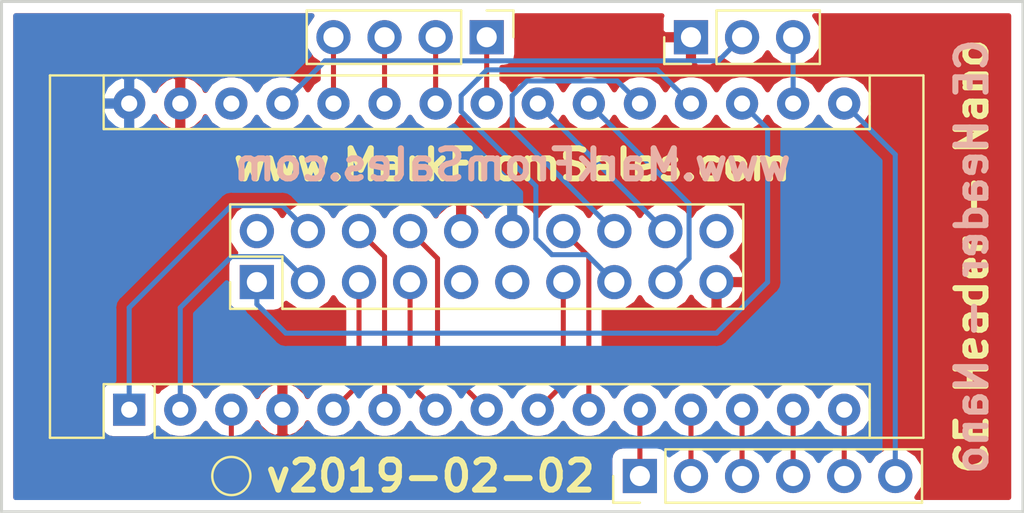
<source format=kicad_pcb>
(kicad_pcb (version 20171130) (host pcbnew "(5.0.2)-1")

  (general
    (thickness 1.6)
    (drawings 9)
    (tracks 71)
    (zones 0)
    (modules 6)
    (nets 29)
  )

  (page USLetter)
  (title_block
    (title "CE Header for Arduino Nano")
    (date 2019-02-02)
    (rev 1.0)
    (company www.MarkFromSales.com)
    (comment 1 "Project from www.contextualelectronics.com")
  )

  (layers
    (0 F.Cu signal)
    (31 B.Cu signal)
    (32 B.Adhes user)
    (33 F.Adhes user)
    (34 B.Paste user)
    (35 F.Paste user)
    (36 B.SilkS user)
    (37 F.SilkS user)
    (38 B.Mask user)
    (39 F.Mask user)
    (40 Dwgs.User user)
    (41 Cmts.User user)
    (42 Eco1.User user)
    (43 Eco2.User user)
    (44 Edge.Cuts user)
    (45 Margin user)
    (46 B.CrtYd user)
    (47 F.CrtYd user)
    (48 B.Fab user hide)
    (49 F.Fab user hide)
  )

  (setup
    (last_trace_width 0.25)
    (trace_clearance 0.2)
    (zone_clearance 0.508)
    (zone_45_only no)
    (trace_min 0.2)
    (segment_width 0.2)
    (edge_width 0.15)
    (via_size 0.8)
    (via_drill 0.4)
    (via_min_size 0.4)
    (via_min_drill 0.3)
    (uvia_size 0.3)
    (uvia_drill 0.1)
    (uvias_allowed no)
    (uvia_min_size 0.2)
    (uvia_min_drill 0.1)
    (pcb_text_width 0.3)
    (pcb_text_size 1.5 1.5)
    (mod_edge_width 0.15)
    (mod_text_size 1 1)
    (mod_text_width 0.15)
    (pad_size 1.524 1.524)
    (pad_drill 0.762)
    (pad_to_mask_clearance 0.051)
    (solder_mask_min_width 0.25)
    (aux_axis_origin 0 0)
    (visible_elements FFFFFF7F)
    (pcbplotparams
      (layerselection 0x010fc_ffffffff)
      (usegerberextensions false)
      (usegerberattributes false)
      (usegerberadvancedattributes false)
      (creategerberjobfile false)
      (excludeedgelayer true)
      (linewidth 0.100000)
      (plotframeref false)
      (viasonmask false)
      (mode 1)
      (useauxorigin false)
      (hpglpennumber 1)
      (hpglpenspeed 20)
      (hpglpendiameter 15.000000)
      (psnegative false)
      (psa4output false)
      (plotreference true)
      (plotvalue true)
      (plotinvisibletext false)
      (padsonsilk false)
      (subtractmaskfromsilk false)
      (outputformat 1)
      (mirror false)
      (drillshape 0)
      (scaleselection 1)
      (outputdirectory "Gerbers/"))
  )

  (net 0 "")
  (net 1 /GPIO_D1)
  (net 2 "Net-(A1-Pad17)")
  (net 3 /GPIO_D0)
  (net 4 /PWR_IO)
  (net 5 "Net-(A1-Pad3)")
  (net 6 /GPIO_A0)
  (net 7 GND)
  (net 8 /GPIO_A1)
  (net 9 /GPIO_D2)
  (net 10 /GPIO_A2)
  (net 11 /GPIO_D3)
  (net 12 /GPIO_A3)
  (net 13 /GPIO_D4)
  (net 14 "Net-(A1-Pad23)")
  (net 15 /GPIO_D5)
  (net 16 "Net-(A1-Pad24)")
  (net 17 /GPIO_D6)
  (net 18 "Net-(A1-Pad25)")
  (net 19 /GPIO_D7)
  (net 20 "Net-(A1-Pad26)")
  (net 21 "Net-(A1-Pad11)")
  (net 22 "Net-(A1-Pad27)")
  (net 23 "Net-(A1-Pad12)")
  (net 24 "Net-(A1-Pad13)")
  (net 25 "Net-(A1-Pad14)")
  (net 26 /PWR_CORE)
  (net 27 "Net-(A1-Pad15)")
  (net 28 "Net-(A1-Pad16)")

  (net_class Default "This is the default net class."
    (clearance 0.2)
    (trace_width 0.25)
    (via_dia 0.8)
    (via_drill 0.4)
    (uvia_dia 0.3)
    (uvia_drill 0.1)
    (add_net /GPIO_A0)
    (add_net /GPIO_A1)
    (add_net /GPIO_A2)
    (add_net /GPIO_A3)
    (add_net /GPIO_D0)
    (add_net /GPIO_D1)
    (add_net /GPIO_D2)
    (add_net /GPIO_D3)
    (add_net /GPIO_D4)
    (add_net /GPIO_D5)
    (add_net /GPIO_D6)
    (add_net /GPIO_D7)
    (add_net /PWR_CORE)
    (add_net /PWR_IO)
    (add_net GND)
    (add_net "Net-(A1-Pad11)")
    (add_net "Net-(A1-Pad12)")
    (add_net "Net-(A1-Pad13)")
    (add_net "Net-(A1-Pad14)")
    (add_net "Net-(A1-Pad15)")
    (add_net "Net-(A1-Pad16)")
    (add_net "Net-(A1-Pad17)")
    (add_net "Net-(A1-Pad23)")
    (add_net "Net-(A1-Pad24)")
    (add_net "Net-(A1-Pad25)")
    (add_net "Net-(A1-Pad26)")
    (add_net "Net-(A1-Pad27)")
    (add_net "Net-(A1-Pad3)")
  )

  (module Module:Arduino_Nano (layer F.Cu) (tedit 5C562AAB) (tstamp 5C62F4CD)
    (at 82.55 71.12 90)
    (descr "Arduino Nano, http://www.mouser.com/pdfdocs/Gravitech_Arduino_Nano3_0.pdf")
    (tags "Arduino Nano")
    (path /5C5639E6)
    (fp_text reference A1 (at 7.366 15.494 180) (layer F.SilkS) hide
      (effects (font (size 1 1) (thickness 0.15)))
    )
    (fp_text value Arduino_Nano_v3.x (at 8.89 19.05 180) (layer F.Fab)
      (effects (font (size 1 1) (thickness 0.15)))
    )
    (fp_text user %R (at 6.35 19.05 180) (layer F.Fab)
      (effects (font (size 1 1) (thickness 0.15)))
    )
    (fp_line (start 1.27 1.27) (end 1.27 -1.27) (layer F.SilkS) (width 0.12))
    (fp_line (start 1.27 -1.27) (end -1.4 -1.27) (layer F.SilkS) (width 0.12))
    (fp_line (start -1.4 1.27) (end -1.4 39.5) (layer F.SilkS) (width 0.12))
    (fp_line (start -1.4 -3.94) (end -1.4 -1.27) (layer F.SilkS) (width 0.12))
    (fp_line (start 13.97 -1.27) (end 16.64 -1.27) (layer F.SilkS) (width 0.12))
    (fp_line (start 13.97 -1.27) (end 13.97 36.83) (layer F.SilkS) (width 0.12))
    (fp_line (start 13.97 36.83) (end 16.64 36.83) (layer F.SilkS) (width 0.12))
    (fp_line (start 1.27 1.27) (end -1.4 1.27) (layer F.SilkS) (width 0.12))
    (fp_line (start 1.27 1.27) (end 1.27 36.83) (layer F.SilkS) (width 0.12))
    (fp_line (start 1.27 36.83) (end -1.4 36.83) (layer F.SilkS) (width 0.12))
    (fp_line (start 3.81 31.75) (end 11.43 31.75) (layer F.Fab) (width 0.1))
    (fp_line (start 11.43 31.75) (end 11.43 41.91) (layer F.Fab) (width 0.1))
    (fp_line (start 11.43 41.91) (end 3.81 41.91) (layer F.Fab) (width 0.1))
    (fp_line (start 3.81 41.91) (end 3.81 31.75) (layer F.Fab) (width 0.1))
    (fp_line (start -1.4 39.5) (end 16.64 39.5) (layer F.SilkS) (width 0.12))
    (fp_line (start 16.64 39.5) (end 16.64 -3.94) (layer F.SilkS) (width 0.12))
    (fp_line (start 16.64 -3.94) (end -1.4 -3.94) (layer F.SilkS) (width 0.12))
    (fp_line (start 16.51 39.37) (end -1.27 39.37) (layer F.Fab) (width 0.1))
    (fp_line (start -1.27 39.37) (end -1.27 -2.54) (layer F.Fab) (width 0.1))
    (fp_line (start -1.27 -2.54) (end 0 -3.81) (layer F.Fab) (width 0.1))
    (fp_line (start 0 -3.81) (end 16.51 -3.81) (layer F.Fab) (width 0.1))
    (fp_line (start 16.51 -3.81) (end 16.51 39.37) (layer F.Fab) (width 0.1))
    (fp_line (start -1.53 -4.06) (end 16.75 -4.06) (layer F.CrtYd) (width 0.05))
    (fp_line (start -1.53 -4.06) (end -1.53 42.16) (layer F.CrtYd) (width 0.05))
    (fp_line (start 16.75 42.16) (end 16.75 -4.06) (layer F.CrtYd) (width 0.05))
    (fp_line (start 16.75 42.16) (end -1.53 42.16) (layer F.CrtYd) (width 0.05))
    (pad 1 thru_hole rect (at 0 0 90) (size 1.6 1.6) (drill 0.8) (layers *.Cu *.Mask)
      (net 1 /GPIO_D1))
    (pad 17 thru_hole oval (at 15.24 33.02 90) (size 1.6 1.6) (drill 0.8) (layers *.Cu *.Mask)
      (net 2 "Net-(A1-Pad17)"))
    (pad 2 thru_hole oval (at 0 2.54 90) (size 1.6 1.6) (drill 0.8) (layers *.Cu *.Mask)
      (net 3 /GPIO_D0))
    (pad 18 thru_hole oval (at 15.24 30.48 90) (size 1.6 1.6) (drill 0.8) (layers *.Cu *.Mask)
      (net 4 /PWR_IO))
    (pad 3 thru_hole oval (at 0 5.08 90) (size 1.6 1.6) (drill 0.8) (layers *.Cu *.Mask)
      (net 5 "Net-(A1-Pad3)"))
    (pad 19 thru_hole oval (at 15.24 27.94 90) (size 1.6 1.6) (drill 0.8) (layers *.Cu *.Mask)
      (net 6 /GPIO_A0))
    (pad 4 thru_hole oval (at 0 7.62 90) (size 1.6 1.6) (drill 0.8) (layers *.Cu *.Mask)
      (net 7 GND))
    (pad 20 thru_hole oval (at 15.24 25.4 90) (size 1.6 1.6) (drill 0.8) (layers *.Cu *.Mask)
      (net 8 /GPIO_A1))
    (pad 5 thru_hole oval (at 0 10.16 90) (size 1.6 1.6) (drill 0.8) (layers *.Cu *.Mask)
      (net 9 /GPIO_D2))
    (pad 21 thru_hole oval (at 15.24 22.86 90) (size 1.6 1.6) (drill 0.8) (layers *.Cu *.Mask)
      (net 10 /GPIO_A2))
    (pad 6 thru_hole oval (at 0 12.7 90) (size 1.6 1.6) (drill 0.8) (layers *.Cu *.Mask)
      (net 11 /GPIO_D3))
    (pad 22 thru_hole oval (at 15.24 20.32 90) (size 1.6 1.6) (drill 0.8) (layers *.Cu *.Mask)
      (net 12 /GPIO_A3))
    (pad 7 thru_hole oval (at 0 15.24 90) (size 1.6 1.6) (drill 0.8) (layers *.Cu *.Mask)
      (net 13 /GPIO_D4))
    (pad 23 thru_hole oval (at 15.24 17.78 90) (size 1.6 1.6) (drill 0.8) (layers *.Cu *.Mask)
      (net 14 "Net-(A1-Pad23)"))
    (pad 8 thru_hole oval (at 0 17.78 90) (size 1.6 1.6) (drill 0.8) (layers *.Cu *.Mask)
      (net 15 /GPIO_D5))
    (pad 24 thru_hole oval (at 15.24 15.24 90) (size 1.6 1.6) (drill 0.8) (layers *.Cu *.Mask)
      (net 16 "Net-(A1-Pad24)"))
    (pad 9 thru_hole oval (at 0 20.32 90) (size 1.6 1.6) (drill 0.8) (layers *.Cu *.Mask)
      (net 17 /GPIO_D6))
    (pad 25 thru_hole oval (at 15.24 12.7 90) (size 1.6 1.6) (drill 0.8) (layers *.Cu *.Mask)
      (net 18 "Net-(A1-Pad25)"))
    (pad 10 thru_hole oval (at 0 22.86 90) (size 1.6 1.6) (drill 0.8) (layers *.Cu *.Mask)
      (net 19 /GPIO_D7))
    (pad 26 thru_hole oval (at 15.24 10.16 90) (size 1.6 1.6) (drill 0.8) (layers *.Cu *.Mask)
      (net 20 "Net-(A1-Pad26)"))
    (pad 11 thru_hole oval (at 0 25.4 90) (size 1.6 1.6) (drill 0.8) (layers *.Cu *.Mask)
      (net 21 "Net-(A1-Pad11)"))
    (pad 27 thru_hole oval (at 15.24 7.62 90) (size 1.6 1.6) (drill 0.8) (layers *.Cu *.Mask)
      (net 22 "Net-(A1-Pad27)"))
    (pad 12 thru_hole oval (at 0 27.94 90) (size 1.6 1.6) (drill 0.8) (layers *.Cu *.Mask)
      (net 23 "Net-(A1-Pad12)"))
    (pad 28 thru_hole oval (at 15.24 5.08 90) (size 1.6 1.6) (drill 0.8) (layers *.Cu *.Mask))
    (pad 13 thru_hole oval (at 0 30.48 90) (size 1.6 1.6) (drill 0.8) (layers *.Cu *.Mask)
      (net 24 "Net-(A1-Pad13)"))
    (pad 29 thru_hole oval (at 15.24 2.54 90) (size 1.6 1.6) (drill 0.8) (layers *.Cu *.Mask)
      (net 7 GND))
    (pad 14 thru_hole oval (at 0 33.02 90) (size 1.6 1.6) (drill 0.8) (layers *.Cu *.Mask)
      (net 25 "Net-(A1-Pad14)"))
    (pad 30 thru_hole oval (at 15.24 0 90) (size 1.6 1.6) (drill 0.8) (layers *.Cu *.Mask)
      (net 26 /PWR_CORE))
    (pad 15 thru_hole oval (at 0 35.56 90) (size 1.6 1.6) (drill 0.8) (layers *.Cu *.Mask)
      (net 27 "Net-(A1-Pad15)"))
    (pad 16 thru_hole oval (at 15.24 35.56 90) (size 1.6 1.6) (drill 0.8) (layers *.Cu *.Mask)
      (net 28 "Net-(A1-Pad16)"))
    (model ${KISYS3DMOD}/Module.3dshapes/Arduino_Nano_WithMountingHoles.wrl
      (at (xyz 0 0 0))
      (scale (xyz 1 1 1))
      (rotate (xyz 0 0 0))
    )
  )

  (module TestPoint:TestPoint_Pad_D1.5mm (layer F.Cu) (tedit 5C562C28) (tstamp 5C630117)
    (at 87.63 74.422)
    (descr "SMD pad as test Point, diameter 1.5mm")
    (tags "test point SMD pad")
    (path /5C562F93)
    (attr virtual)
    (fp_text reference TP3 (at 0 -1.648) (layer F.SilkS) hide
      (effects (font (size 1 1) (thickness 0.15)))
    )
    (fp_text value TestPoint (at 0 1.75) (layer F.Fab)
      (effects (font (size 1 1) (thickness 0.15)))
    )
    (fp_text user %R (at 0 -1.65) (layer F.Fab)
      (effects (font (size 1 1) (thickness 0.15)))
    )
    (fp_circle (center 0 0) (end 1.25 0) (layer F.CrtYd) (width 0.05))
    (fp_circle (center 0 0) (end 0 0.95) (layer F.SilkS) (width 0.12))
    (pad 1 smd circle (at 0 0) (size 1.5 1.5) (layers F.Cu F.Mask)
      (net 5 "Net-(A1-Pad3)"))
  )

  (module Connector_PinHeader_2.54mm:PinHeader_2x10_P2.54mm_Vertical (layer F.Cu) (tedit 5C562AA8) (tstamp 5C6300BE)
    (at 88.9 64.77 90)
    (descr "Through hole straight pin header, 2x10, 2.54mm pitch, double rows")
    (tags "Through hole pin header THT 2x10 2.54mm double row")
    (path /5C5626A1)
    (fp_text reference J1 (at 4.826 -0.508 90) (layer F.SilkS) hide
      (effects (font (size 1 1) (thickness 0.15)))
    )
    (fp_text value CE_Header_Narrow (at 1.27 25.19 90) (layer F.Fab)
      (effects (font (size 1 1) (thickness 0.15)))
    )
    (fp_line (start 0 -1.27) (end 3.81 -1.27) (layer F.Fab) (width 0.1))
    (fp_line (start 3.81 -1.27) (end 3.81 24.13) (layer F.Fab) (width 0.1))
    (fp_line (start 3.81 24.13) (end -1.27 24.13) (layer F.Fab) (width 0.1))
    (fp_line (start -1.27 24.13) (end -1.27 0) (layer F.Fab) (width 0.1))
    (fp_line (start -1.27 0) (end 0 -1.27) (layer F.Fab) (width 0.1))
    (fp_line (start -1.33 24.19) (end 3.87 24.19) (layer F.SilkS) (width 0.12))
    (fp_line (start -1.33 1.27) (end -1.33 24.19) (layer F.SilkS) (width 0.12))
    (fp_line (start 3.87 -1.33) (end 3.87 24.19) (layer F.SilkS) (width 0.12))
    (fp_line (start -1.33 1.27) (end 1.27 1.27) (layer F.SilkS) (width 0.12))
    (fp_line (start 1.27 1.27) (end 1.27 -1.33) (layer F.SilkS) (width 0.12))
    (fp_line (start 1.27 -1.33) (end 3.87 -1.33) (layer F.SilkS) (width 0.12))
    (fp_line (start -1.33 0) (end -1.33 -1.33) (layer F.SilkS) (width 0.12))
    (fp_line (start -1.33 -1.33) (end 0 -1.33) (layer F.SilkS) (width 0.12))
    (fp_line (start -1.8 -1.8) (end -1.8 24.65) (layer F.CrtYd) (width 0.05))
    (fp_line (start -1.8 24.65) (end 4.35 24.65) (layer F.CrtYd) (width 0.05))
    (fp_line (start 4.35 24.65) (end 4.35 -1.8) (layer F.CrtYd) (width 0.05))
    (fp_line (start 4.35 -1.8) (end -1.8 -1.8) (layer F.CrtYd) (width 0.05))
    (fp_text user %R (at 1.27 11.43 180) (layer F.Fab)
      (effects (font (size 1 1) (thickness 0.15)))
    )
    (pad 1 thru_hole rect (at 0 0 90) (size 1.7 1.7) (drill 1) (layers *.Cu *.Mask)
      (net 4 /PWR_IO))
    (pad 2 thru_hole oval (at 2.54 0 90) (size 1.7 1.7) (drill 1) (layers *.Cu *.Mask))
    (pad 3 thru_hole oval (at 0 2.54 90) (size 1.7 1.7) (drill 1) (layers *.Cu *.Mask)
      (net 3 /GPIO_D0))
    (pad 4 thru_hole oval (at 2.54 2.54 90) (size 1.7 1.7) (drill 1) (layers *.Cu *.Mask)
      (net 1 /GPIO_D1))
    (pad 5 thru_hole oval (at 0 5.08 90) (size 1.7 1.7) (drill 1) (layers *.Cu *.Mask)
      (net 9 /GPIO_D2))
    (pad 6 thru_hole oval (at 2.54 5.08 90) (size 1.7 1.7) (drill 1) (layers *.Cu *.Mask)
      (net 11 /GPIO_D3))
    (pad 7 thru_hole oval (at 0 7.62 90) (size 1.7 1.7) (drill 1) (layers *.Cu *.Mask)
      (net 13 /GPIO_D4))
    (pad 8 thru_hole oval (at 2.54 7.62 90) (size 1.7 1.7) (drill 1) (layers *.Cu *.Mask)
      (net 15 /GPIO_D5))
    (pad 9 thru_hole oval (at 0 10.16 90) (size 1.7 1.7) (drill 1) (layers *.Cu *.Mask))
    (pad 10 thru_hole oval (at 2.54 10.16 90) (size 1.7 1.7) (drill 1) (layers *.Cu *.Mask)
      (net 7 GND))
    (pad 11 thru_hole oval (at 0 12.7 90) (size 1.7 1.7) (drill 1) (layers *.Cu *.Mask))
    (pad 12 thru_hole oval (at 2.54 12.7 90) (size 1.7 1.7) (drill 1) (layers *.Cu *.Mask)
      (net 26 /PWR_CORE))
    (pad 13 thru_hole oval (at 0 15.24 90) (size 1.7 1.7) (drill 1) (layers *.Cu *.Mask)
      (net 17 /GPIO_D6))
    (pad 14 thru_hole oval (at 2.54 15.24 90) (size 1.7 1.7) (drill 1) (layers *.Cu *.Mask)
      (net 19 /GPIO_D7))
    (pad 15 thru_hole oval (at 0 17.78 90) (size 1.7 1.7) (drill 1) (layers *.Cu *.Mask)
      (net 6 /GPIO_A0))
    (pad 16 thru_hole oval (at 2.54 17.78 90) (size 1.7 1.7) (drill 1) (layers *.Cu *.Mask)
      (net 8 /GPIO_A1))
    (pad 17 thru_hole oval (at 0 20.32 90) (size 1.7 1.7) (drill 1) (layers *.Cu *.Mask)
      (net 10 /GPIO_A2))
    (pad 18 thru_hole oval (at 2.54 20.32 90) (size 1.7 1.7) (drill 1) (layers *.Cu *.Mask)
      (net 12 /GPIO_A3))
    (pad 19 thru_hole oval (at 0 22.86 90) (size 1.7 1.7) (drill 1) (layers *.Cu *.Mask)
      (net 7 GND))
    (pad 20 thru_hole oval (at 2.54 22.86 90) (size 1.7 1.7) (drill 1) (layers *.Cu *.Mask))
    (model ${KISYS3DMOD}/Connector_PinHeader_2.54mm.3dshapes/PinHeader_2x10_P2.54mm_Vertical.wrl
      (at (xyz 0 0 0))
      (scale (xyz 1 1 1))
      (rotate (xyz 0 0 0))
    )
  )

  (module Connector_PinHeader_2.54mm:PinHeader_1x03_P2.54mm_Vertical (layer F.Cu) (tedit 5C562C78) (tstamp 5C62FB37)
    (at 110.49 52.578 90)
    (descr "Through hole straight pin header, 1x03, 2.54mm pitch, single row")
    (tags "Through hole pin header THT 1x03 2.54mm single row")
    (path /5C564509)
    (fp_text reference J2 (at 0 -2.33 90) (layer F.SilkS) hide
      (effects (font (size 1 1) (thickness 0.15)))
    )
    (fp_text value Conn_PWR (at 0 7.41 90) (layer F.Fab)
      (effects (font (size 1 1) (thickness 0.15)))
    )
    (fp_line (start -0.635 -1.27) (end 1.27 -1.27) (layer F.Fab) (width 0.1))
    (fp_line (start 1.27 -1.27) (end 1.27 6.35) (layer F.Fab) (width 0.1))
    (fp_line (start 1.27 6.35) (end -1.27 6.35) (layer F.Fab) (width 0.1))
    (fp_line (start -1.27 6.35) (end -1.27 -0.635) (layer F.Fab) (width 0.1))
    (fp_line (start -1.27 -0.635) (end -0.635 -1.27) (layer F.Fab) (width 0.1))
    (fp_line (start -1.33 6.41) (end 1.33 6.41) (layer F.SilkS) (width 0.12))
    (fp_line (start -1.33 1.27) (end -1.33 6.41) (layer F.SilkS) (width 0.12))
    (fp_line (start 1.33 1.27) (end 1.33 6.41) (layer F.SilkS) (width 0.12))
    (fp_line (start -1.33 1.27) (end 1.33 1.27) (layer F.SilkS) (width 0.12))
    (fp_line (start -1.33 0) (end -1.33 -1.33) (layer F.SilkS) (width 0.12))
    (fp_line (start -1.33 -1.33) (end 0 -1.33) (layer F.SilkS) (width 0.12))
    (fp_line (start -1.8 -1.8) (end -1.8 6.85) (layer F.CrtYd) (width 0.05))
    (fp_line (start -1.8 6.85) (end 1.8 6.85) (layer F.CrtYd) (width 0.05))
    (fp_line (start 1.8 6.85) (end 1.8 -1.8) (layer F.CrtYd) (width 0.05))
    (fp_line (start 1.8 -1.8) (end -1.8 -1.8) (layer F.CrtYd) (width 0.05))
    (fp_text user %R (at 0 2.54 180) (layer F.Fab)
      (effects (font (size 1 1) (thickness 0.15)))
    )
    (pad 1 thru_hole rect (at 0 0 90) (size 1.7 1.7) (drill 1) (layers *.Cu *.Mask)
      (net 7 GND))
    (pad 2 thru_hole oval (at 0 2.54 90) (size 1.7 1.7) (drill 1) (layers *.Cu *.Mask)
      (net 22 "Net-(A1-Pad27)"))
    (pad 3 thru_hole oval (at 0 5.08 90) (size 1.7 1.7) (drill 1) (layers *.Cu *.Mask)
      (net 2 "Net-(A1-Pad17)"))
    (model ${KISYS3DMOD}/Connector_PinHeader_2.54mm.3dshapes/PinHeader_1x03_P2.54mm_Vertical.wrl
      (at (xyz 0 0 0))
      (scale (xyz 1 1 1))
      (rotate (xyz 0 0 0))
    )
  )

  (module Connector_PinHeader_2.54mm:PinHeader_1x06_P2.54mm_Vertical (layer F.Cu) (tedit 5C562C6B) (tstamp 5C62FB51)
    (at 107.95 74.422 90)
    (descr "Through hole straight pin header, 1x06, 2.54mm pitch, single row")
    (tags "Through hole pin header THT 1x06 2.54mm single row")
    (path /5C5638AF)
    (fp_text reference J3 (at 0 -2.33 90) (layer F.SilkS) hide
      (effects (font (size 1 1) (thickness 0.15)))
    )
    (fp_text value Conn_GPIO_D (at 0 15.03 90) (layer F.Fab)
      (effects (font (size 1 1) (thickness 0.15)))
    )
    (fp_line (start -0.635 -1.27) (end 1.27 -1.27) (layer F.Fab) (width 0.1))
    (fp_line (start 1.27 -1.27) (end 1.27 13.97) (layer F.Fab) (width 0.1))
    (fp_line (start 1.27 13.97) (end -1.27 13.97) (layer F.Fab) (width 0.1))
    (fp_line (start -1.27 13.97) (end -1.27 -0.635) (layer F.Fab) (width 0.1))
    (fp_line (start -1.27 -0.635) (end -0.635 -1.27) (layer F.Fab) (width 0.1))
    (fp_line (start -1.33 14.03) (end 1.33 14.03) (layer F.SilkS) (width 0.12))
    (fp_line (start -1.33 1.27) (end -1.33 14.03) (layer F.SilkS) (width 0.12))
    (fp_line (start 1.33 1.27) (end 1.33 14.03) (layer F.SilkS) (width 0.12))
    (fp_line (start -1.33 1.27) (end 1.33 1.27) (layer F.SilkS) (width 0.12))
    (fp_line (start -1.33 0) (end -1.33 -1.33) (layer F.SilkS) (width 0.12))
    (fp_line (start -1.33 -1.33) (end 0 -1.33) (layer F.SilkS) (width 0.12))
    (fp_line (start -1.8 -1.8) (end -1.8 14.5) (layer F.CrtYd) (width 0.05))
    (fp_line (start -1.8 14.5) (end 1.8 14.5) (layer F.CrtYd) (width 0.05))
    (fp_line (start 1.8 14.5) (end 1.8 -1.8) (layer F.CrtYd) (width 0.05))
    (fp_line (start 1.8 -1.8) (end -1.8 -1.8) (layer F.CrtYd) (width 0.05))
    (fp_text user %R (at 0 6.35 180) (layer F.Fab)
      (effects (font (size 1 1) (thickness 0.15)))
    )
    (pad 1 thru_hole rect (at 0 0 90) (size 1.7 1.7) (drill 1) (layers *.Cu *.Mask)
      (net 21 "Net-(A1-Pad11)"))
    (pad 2 thru_hole oval (at 0 2.54 90) (size 1.7 1.7) (drill 1) (layers *.Cu *.Mask)
      (net 23 "Net-(A1-Pad12)"))
    (pad 3 thru_hole oval (at 0 5.08 90) (size 1.7 1.7) (drill 1) (layers *.Cu *.Mask)
      (net 24 "Net-(A1-Pad13)"))
    (pad 4 thru_hole oval (at 0 7.62 90) (size 1.7 1.7) (drill 1) (layers *.Cu *.Mask)
      (net 25 "Net-(A1-Pad14)"))
    (pad 5 thru_hole oval (at 0 10.16 90) (size 1.7 1.7) (drill 1) (layers *.Cu *.Mask)
      (net 27 "Net-(A1-Pad15)"))
    (pad 6 thru_hole oval (at 0 12.7 90) (size 1.7 1.7) (drill 1) (layers *.Cu *.Mask)
      (net 28 "Net-(A1-Pad16)"))
    (model ${KISYS3DMOD}/Connector_PinHeader_2.54mm.3dshapes/PinHeader_1x06_P2.54mm_Vertical.wrl
      (at (xyz 0 0 0))
      (scale (xyz 1 1 1))
      (rotate (xyz 0 0 0))
    )
  )

  (module Connector_PinHeader_2.54mm:PinHeader_1x04_P2.54mm_Vertical (layer F.Cu) (tedit 5C562C6F) (tstamp 5C62FB69)
    (at 100.33 52.578 270)
    (descr "Through hole straight pin header, 1x04, 2.54mm pitch, single row")
    (tags "Through hole pin header THT 1x04 2.54mm single row")
    (path /5C563F79)
    (fp_text reference J4 (at 0 -2.33 270) (layer F.SilkS) hide
      (effects (font (size 1 1) (thickness 0.15)))
    )
    (fp_text value Conn_GPIO_A (at 0 9.95 270) (layer F.Fab)
      (effects (font (size 1 1) (thickness 0.15)))
    )
    (fp_line (start -0.635 -1.27) (end 1.27 -1.27) (layer F.Fab) (width 0.1))
    (fp_line (start 1.27 -1.27) (end 1.27 8.89) (layer F.Fab) (width 0.1))
    (fp_line (start 1.27 8.89) (end -1.27 8.89) (layer F.Fab) (width 0.1))
    (fp_line (start -1.27 8.89) (end -1.27 -0.635) (layer F.Fab) (width 0.1))
    (fp_line (start -1.27 -0.635) (end -0.635 -1.27) (layer F.Fab) (width 0.1))
    (fp_line (start -1.33 8.95) (end 1.33 8.95) (layer F.SilkS) (width 0.12))
    (fp_line (start -1.33 1.27) (end -1.33 8.95) (layer F.SilkS) (width 0.12))
    (fp_line (start 1.33 1.27) (end 1.33 8.95) (layer F.SilkS) (width 0.12))
    (fp_line (start -1.33 1.27) (end 1.33 1.27) (layer F.SilkS) (width 0.12))
    (fp_line (start -1.33 0) (end -1.33 -1.33) (layer F.SilkS) (width 0.12))
    (fp_line (start -1.33 -1.33) (end 0 -1.33) (layer F.SilkS) (width 0.12))
    (fp_line (start -1.8 -1.8) (end -1.8 9.4) (layer F.CrtYd) (width 0.05))
    (fp_line (start -1.8 9.4) (end 1.8 9.4) (layer F.CrtYd) (width 0.05))
    (fp_line (start 1.8 9.4) (end 1.8 -1.8) (layer F.CrtYd) (width 0.05))
    (fp_line (start 1.8 -1.8) (end -1.8 -1.8) (layer F.CrtYd) (width 0.05))
    (fp_text user %R (at 0 3.81) (layer F.Fab)
      (effects (font (size 1 1) (thickness 0.15)))
    )
    (pad 1 thru_hole rect (at 0 0 270) (size 1.7 1.7) (drill 1) (layers *.Cu *.Mask)
      (net 14 "Net-(A1-Pad23)"))
    (pad 2 thru_hole oval (at 0 2.54 270) (size 1.7 1.7) (drill 1) (layers *.Cu *.Mask)
      (net 16 "Net-(A1-Pad24)"))
    (pad 3 thru_hole oval (at 0 5.08 270) (size 1.7 1.7) (drill 1) (layers *.Cu *.Mask)
      (net 18 "Net-(A1-Pad25)"))
    (pad 4 thru_hole oval (at 0 7.62 270) (size 1.7 1.7) (drill 1) (layers *.Cu *.Mask)
      (net 20 "Net-(A1-Pad26)"))
    (model ${KISYS3DMOD}/Connector_PinHeader_2.54mm.3dshapes/PinHeader_1x04_P2.54mm_Vertical.wrl
      (at (xyz 0 0 0))
      (scale (xyz 1 1 1))
      (rotate (xyz 0 0 0))
    )
  )

  (gr_text www.MarkFromSales.com (at 101.6 58.928) (layer F.SilkS) (tstamp 5C6308A7)
    (effects (font (size 1.5 1.5) (thickness 0.3)))
  )
  (gr_text www.MarkFromSales.com (at 101.6 58.928) (layer B.SilkS)
    (effects (font (size 1.5 1.5) (thickness 0.3)) (justify mirror))
  )
  (gr_text v2019-02-02 (at 97.536 74.422) (layer F.SilkS)
    (effects (font (size 1.5 1.5) (thickness 0.3)))
  )
  (gr_text "CE Header - Nano" (at 124.46 63.5 90) (layer B.SilkS) (tstamp 5C63085F)
    (effects (font (size 1.5 1.5) (thickness 0.3)) (justify mirror))
  )
  (gr_text "CE Header - Nano" (at 124.46 63.5 90) (layer F.SilkS)
    (effects (font (size 1.5 1.5) (thickness 0.3)))
  )
  (gr_line (start 127 50.8) (end 127 76.2) (layer Edge.Cuts) (width 0.15))
  (gr_line (start 76.2 50.8) (end 127 50.8) (layer Edge.Cuts) (width 0.15))
  (gr_line (start 76.2 76.2) (end 76.2 50.8) (layer Edge.Cuts) (width 0.15))
  (gr_line (start 76.2 76.2) (end 127 76.2) (layer Edge.Cuts) (width 0.15))

  (segment (start 82.55 71.12) (end 82.55 66.04) (width 0.25) (layer B.Cu) (net 1))
  (segment (start 82.55 66.04) (end 87.63 60.96) (width 0.25) (layer B.Cu) (net 1))
  (segment (start 90.17 60.96) (end 91.44 62.23) (width 0.25) (layer B.Cu) (net 1))
  (segment (start 87.63 60.96) (end 90.17 60.96) (width 0.25) (layer B.Cu) (net 1))
  (segment (start 115.57 52.578) (end 115.57 55.88) (width 0.25) (layer B.Cu) (net 2))
  (segment (start 90.17 63.5) (end 91.44 64.77) (width 0.25) (layer B.Cu) (net 3))
  (segment (start 87.63 63.5) (end 90.17 63.5) (width 0.25) (layer B.Cu) (net 3))
  (segment (start 85.09 71.12) (end 85.09 66.04) (width 0.25) (layer B.Cu) (net 3))
  (segment (start 85.09 66.04) (end 87.63 63.5) (width 0.25) (layer B.Cu) (net 3))
  (segment (start 114.3 57.15) (end 113.03 55.88) (width 0.25) (layer B.Cu) (net 4))
  (segment (start 114.3 64.77) (end 114.3 57.15) (width 0.25) (layer B.Cu) (net 4))
  (segment (start 111.76 67.31) (end 114.3 64.77) (width 0.25) (layer B.Cu) (net 4))
  (segment (start 90.34 67.31) (end 111.76 67.31) (width 0.25) (layer B.Cu) (net 4))
  (segment (start 88.9 64.77) (end 88.9 65.87) (width 0.25) (layer B.Cu) (net 4))
  (segment (start 88.9 65.87) (end 90.34 67.31) (width 0.25) (layer B.Cu) (net 4))
  (segment (start 87.63 71.12) (end 87.63 74.422) (width 0.25) (layer F.Cu) (net 5) (tstamp 5C63015C))
  (segment (start 105.315001 63.405001) (end 103.575999 63.405001) (width 0.25) (layer B.Cu) (net 6))
  (segment (start 102.775001 62.604003) (end 102.775001 59.990003) (width 0.25) (layer B.Cu) (net 6))
  (segment (start 100.341986 54.203012) (end 108.813012 54.203012) (width 0.25) (layer B.Cu) (net 6))
  (segment (start 99.06 56.275002) (end 99.06 55.484998) (width 0.25) (layer B.Cu) (net 6))
  (segment (start 109.690001 55.080001) (end 110.49 55.88) (width 0.25) (layer B.Cu) (net 6))
  (segment (start 102.775001 59.990003) (end 99.06 56.275002) (width 0.25) (layer B.Cu) (net 6))
  (segment (start 103.575999 63.405001) (end 102.775001 62.604003) (width 0.25) (layer B.Cu) (net 6))
  (segment (start 106.68 64.77) (end 105.315001 63.405001) (width 0.25) (layer B.Cu) (net 6))
  (segment (start 108.813012 54.203012) (end 109.690001 55.080001) (width 0.25) (layer B.Cu) (net 6))
  (segment (start 99.06 55.484998) (end 100.341986 54.203012) (width 0.25) (layer B.Cu) (net 6))
  (segment (start 106.68 62.23) (end 101.6 57.15) (width 0.25) (layer B.Cu) (net 8))
  (segment (start 107.150001 55.080001) (end 107.95 55.88) (width 0.25) (layer B.Cu) (net 8))
  (segment (start 106.824999 54.754999) (end 107.150001 55.080001) (width 0.25) (layer B.Cu) (net 8))
  (segment (start 102.329999 54.754999) (end 106.824999 54.754999) (width 0.25) (layer B.Cu) (net 8))
  (segment (start 101.6 55.484998) (end 102.329999 54.754999) (width 0.25) (layer B.Cu) (net 8))
  (segment (start 101.6 57.15) (end 101.6 55.484998) (width 0.25) (layer B.Cu) (net 8))
  (segment (start 93.98 69.85) (end 92.71 71.12) (width 0.25) (layer F.Cu) (net 9))
  (segment (start 93.98 64.77) (end 93.98 69.85) (width 0.25) (layer F.Cu) (net 9))
  (segment (start 106.209999 56.679999) (end 105.41 55.88) (width 0.25) (layer B.Cu) (net 10))
  (segment (start 110.395001 60.865001) (end 106.209999 56.679999) (width 0.25) (layer B.Cu) (net 10))
  (segment (start 110.395001 63.594999) (end 110.395001 60.865001) (width 0.25) (layer B.Cu) (net 10))
  (segment (start 109.22 64.77) (end 110.395001 63.594999) (width 0.25) (layer B.Cu) (net 10))
  (segment (start 95.25 63.5) (end 95.25 71.12) (width 0.25) (layer F.Cu) (net 11))
  (segment (start 93.98 62.23) (end 95.25 63.5) (width 0.25) (layer F.Cu) (net 11))
  (segment (start 109.22 62.23) (end 102.87 55.88) (width 0.25) (layer B.Cu) (net 12))
  (segment (start 96.52 69.85) (end 97.79 71.12) (width 0.25) (layer F.Cu) (net 13))
  (segment (start 96.52 64.77) (end 96.52 69.85) (width 0.25) (layer F.Cu) (net 13))
  (segment (start 100.33 52.578) (end 100.33 55.88) (width 0.25) (layer F.Cu) (net 14) (tstamp 5C63012F))
  (segment (start 99.530001 70.320001) (end 100.33 71.12) (width 0.25) (layer F.Cu) (net 15))
  (segment (start 97.884999 68.674999) (end 99.530001 70.320001) (width 0.25) (layer F.Cu) (net 15))
  (segment (start 97.884999 63.594999) (end 97.884999 68.674999) (width 0.25) (layer F.Cu) (net 15))
  (segment (start 96.52 62.23) (end 97.884999 63.594999) (width 0.25) (layer F.Cu) (net 15))
  (segment (start 97.79 52.578) (end 97.79 55.88) (width 0.25) (layer F.Cu) (net 16) (tstamp 5C630147))
  (segment (start 104.14 69.85) (end 102.87 71.12) (width 0.25) (layer F.Cu) (net 17))
  (segment (start 104.14 64.77) (end 104.14 69.85) (width 0.25) (layer F.Cu) (net 17))
  (segment (start 95.25 52.578) (end 95.25 55.88) (width 0.25) (layer F.Cu) (net 18) (tstamp 5C630126))
  (segment (start 105.41 63.5) (end 105.41 71.12) (width 0.25) (layer F.Cu) (net 19))
  (segment (start 104.14 62.23) (end 105.41 63.5) (width 0.25) (layer F.Cu) (net 19))
  (segment (start 92.71 52.578) (end 92.71 55.88) (width 0.25) (layer F.Cu) (net 20) (tstamp 5C630150))
  (segment (start 107.95 72.25137) (end 107.95 74.422) (width 0.25) (layer F.Cu) (net 21) (tstamp 5C63013E))
  (segment (start 107.95 71.12) (end 107.95 72.25137) (width 0.25) (layer F.Cu) (net 21) (tstamp 5C63014D))
  (segment (start 112.180001 53.427999) (end 113.03 52.578) (width 0.25) (layer B.Cu) (net 22))
  (segment (start 111.854999 53.753001) (end 112.180001 53.427999) (width 0.25) (layer B.Cu) (net 22))
  (segment (start 92.296999 53.753001) (end 111.854999 53.753001) (width 0.25) (layer B.Cu) (net 22))
  (segment (start 90.17 55.88) (end 92.296999 53.753001) (width 0.25) (layer B.Cu) (net 22))
  (segment (start 110.49 72.25137) (end 110.49 74.422) (width 0.25) (layer F.Cu) (net 23) (tstamp 5C630156))
  (segment (start 110.49 71.12) (end 110.49 72.25137) (width 0.25) (layer F.Cu) (net 23) (tstamp 5C630135))
  (segment (start 113.03 72.25137) (end 113.03 74.422) (width 0.25) (layer F.Cu) (net 24) (tstamp 5C63013B))
  (segment (start 113.03 71.12) (end 113.03 72.25137) (width 0.25) (layer F.Cu) (net 24) (tstamp 5C630138))
  (segment (start 115.57 72.25137) (end 115.57 74.422) (width 0.25) (layer F.Cu) (net 25) (tstamp 5C630129))
  (segment (start 115.57 71.12) (end 115.57 72.25137) (width 0.25) (layer F.Cu) (net 25) (tstamp 5C63014A))
  (segment (start 118.11 72.25137) (end 118.11 74.422) (width 0.25) (layer F.Cu) (net 27) (tstamp 5C630144))
  (segment (start 118.11 71.12) (end 118.11 72.25137) (width 0.25) (layer F.Cu) (net 27) (tstamp 5C63012C))
  (segment (start 120.65 58.42) (end 120.65 74.422) (width 0.25) (layer B.Cu) (net 28))
  (segment (start 118.11 55.88) (end 120.65 58.42) (width 0.25) (layer B.Cu) (net 28))

  (zone (net 7) (net_name GND) (layer F.Cu) (tstamp 5C6308B3) (hatch edge 0.508)
    (connect_pads (clearance 0.508))
    (min_thickness 0.254)
    (fill yes (arc_segments 16) (thermal_gap 0.508) (thermal_bridge_width 0.508))
    (polygon
      (pts
        (xy 76.2 50.8) (xy 76.2 76.2) (xy 127 76.2) (xy 127 50.8)
      )
    )
    (filled_polygon
      (pts
        (xy 91.311161 51.998582) (xy 91.195908 52.578) (xy 91.311161 53.157418) (xy 91.639375 53.648625) (xy 91.95 53.856178)
        (xy 91.950001 54.661956) (xy 91.675423 54.845423) (xy 91.44 55.197758) (xy 91.204577 54.845423) (xy 90.729909 54.52826)
        (xy 90.311333 54.445) (xy 90.028667 54.445) (xy 89.610091 54.52826) (xy 89.135423 54.845423) (xy 88.9 55.197758)
        (xy 88.664577 54.845423) (xy 88.189909 54.52826) (xy 87.771333 54.445) (xy 87.488667 54.445) (xy 87.070091 54.52826)
        (xy 86.595423 54.845423) (xy 86.339053 55.229108) (xy 86.242389 55.024866) (xy 85.827423 54.648959) (xy 85.439039 54.488096)
        (xy 85.217 54.610085) (xy 85.217 55.753) (xy 85.237 55.753) (xy 85.237 56.007) (xy 85.217 56.007)
        (xy 85.217 57.149915) (xy 85.439039 57.271904) (xy 85.827423 57.111041) (xy 86.242389 56.735134) (xy 86.339053 56.530892)
        (xy 86.595423 56.914577) (xy 87.070091 57.23174) (xy 87.488667 57.315) (xy 87.771333 57.315) (xy 88.189909 57.23174)
        (xy 88.664577 56.914577) (xy 88.9 56.562242) (xy 89.135423 56.914577) (xy 89.610091 57.23174) (xy 90.028667 57.315)
        (xy 90.311333 57.315) (xy 90.729909 57.23174) (xy 91.204577 56.914577) (xy 91.44 56.562242) (xy 91.675423 56.914577)
        (xy 92.150091 57.23174) (xy 92.568667 57.315) (xy 92.851333 57.315) (xy 93.269909 57.23174) (xy 93.744577 56.914577)
        (xy 93.98 56.562242) (xy 94.215423 56.914577) (xy 94.690091 57.23174) (xy 95.108667 57.315) (xy 95.391333 57.315)
        (xy 95.809909 57.23174) (xy 96.284577 56.914577) (xy 96.52 56.562242) (xy 96.755423 56.914577) (xy 97.230091 57.23174)
        (xy 97.648667 57.315) (xy 97.931333 57.315) (xy 98.349909 57.23174) (xy 98.824577 56.914577) (xy 99.06 56.562242)
        (xy 99.295423 56.914577) (xy 99.770091 57.23174) (xy 100.188667 57.315) (xy 100.471333 57.315) (xy 100.889909 57.23174)
        (xy 101.364577 56.914577) (xy 101.6 56.562242) (xy 101.835423 56.914577) (xy 102.310091 57.23174) (xy 102.728667 57.315)
        (xy 103.011333 57.315) (xy 103.429909 57.23174) (xy 103.904577 56.914577) (xy 104.14 56.562242) (xy 104.375423 56.914577)
        (xy 104.850091 57.23174) (xy 105.268667 57.315) (xy 105.551333 57.315) (xy 105.969909 57.23174) (xy 106.444577 56.914577)
        (xy 106.68 56.562242) (xy 106.915423 56.914577) (xy 107.390091 57.23174) (xy 107.808667 57.315) (xy 108.091333 57.315)
        (xy 108.509909 57.23174) (xy 108.984577 56.914577) (xy 109.22 56.562242) (xy 109.455423 56.914577) (xy 109.930091 57.23174)
        (xy 110.348667 57.315) (xy 110.631333 57.315) (xy 111.049909 57.23174) (xy 111.524577 56.914577) (xy 111.76 56.562242)
        (xy 111.995423 56.914577) (xy 112.470091 57.23174) (xy 112.888667 57.315) (xy 113.171333 57.315) (xy 113.589909 57.23174)
        (xy 114.064577 56.914577) (xy 114.3 56.562242) (xy 114.535423 56.914577) (xy 115.010091 57.23174) (xy 115.428667 57.315)
        (xy 115.711333 57.315) (xy 116.129909 57.23174) (xy 116.604577 56.914577) (xy 116.84 56.562242) (xy 117.075423 56.914577)
        (xy 117.550091 57.23174) (xy 117.968667 57.315) (xy 118.251333 57.315) (xy 118.669909 57.23174) (xy 119.144577 56.914577)
        (xy 119.46174 56.439909) (xy 119.573113 55.88) (xy 119.46174 55.320091) (xy 119.144577 54.845423) (xy 118.669909 54.52826)
        (xy 118.251333 54.445) (xy 117.968667 54.445) (xy 117.550091 54.52826) (xy 117.075423 54.845423) (xy 116.84 55.197758)
        (xy 116.604577 54.845423) (xy 116.129909 54.52826) (xy 115.711333 54.445) (xy 115.428667 54.445) (xy 115.010091 54.52826)
        (xy 114.535423 54.845423) (xy 114.3 55.197758) (xy 114.064577 54.845423) (xy 113.589909 54.52826) (xy 113.171333 54.445)
        (xy 112.888667 54.445) (xy 112.470091 54.52826) (xy 111.995423 54.845423) (xy 111.76 55.197758) (xy 111.524577 54.845423)
        (xy 111.049909 54.52826) (xy 110.631333 54.445) (xy 110.348667 54.445) (xy 109.930091 54.52826) (xy 109.455423 54.845423)
        (xy 109.22 55.197758) (xy 108.984577 54.845423) (xy 108.509909 54.52826) (xy 108.091333 54.445) (xy 107.808667 54.445)
        (xy 107.390091 54.52826) (xy 106.915423 54.845423) (xy 106.68 55.197758) (xy 106.444577 54.845423) (xy 105.969909 54.52826)
        (xy 105.551333 54.445) (xy 105.268667 54.445) (xy 104.850091 54.52826) (xy 104.375423 54.845423) (xy 104.14 55.197758)
        (xy 103.904577 54.845423) (xy 103.429909 54.52826) (xy 103.011333 54.445) (xy 102.728667 54.445) (xy 102.310091 54.52826)
        (xy 101.835423 54.845423) (xy 101.6 55.197758) (xy 101.364577 54.845423) (xy 101.09 54.661957) (xy 101.09 54.07544)
        (xy 101.18 54.07544) (xy 101.427765 54.026157) (xy 101.637809 53.885809) (xy 101.778157 53.675765) (xy 101.82744 53.428)
        (xy 101.82744 52.86375) (xy 109.005 52.86375) (xy 109.005 53.554309) (xy 109.101673 53.787698) (xy 109.280301 53.966327)
        (xy 109.51369 54.063) (xy 110.20425 54.063) (xy 110.363 53.90425) (xy 110.363 52.705) (xy 109.16375 52.705)
        (xy 109.005 52.86375) (xy 101.82744 52.86375) (xy 101.82744 51.728) (xy 101.784078 51.51) (xy 109.04298 51.51)
        (xy 109.005 51.601691) (xy 109.005 52.29225) (xy 109.16375 52.451) (xy 110.363 52.451) (xy 110.363 52.431)
        (xy 110.617 52.431) (xy 110.617 52.451) (xy 110.637 52.451) (xy 110.637 52.705) (xy 110.617 52.705)
        (xy 110.617 53.90425) (xy 110.77575 54.063) (xy 111.46631 54.063) (xy 111.699699 53.966327) (xy 111.878327 53.787698)
        (xy 111.944904 53.626967) (xy 111.959375 53.648625) (xy 112.450582 53.976839) (xy 112.883744 54.063) (xy 113.176256 54.063)
        (xy 113.609418 53.976839) (xy 114.100625 53.648625) (xy 114.3 53.350239) (xy 114.499375 53.648625) (xy 114.990582 53.976839)
        (xy 115.423744 54.063) (xy 115.716256 54.063) (xy 116.149418 53.976839) (xy 116.640625 53.648625) (xy 116.968839 53.157418)
        (xy 117.084092 52.578) (xy 116.968839 51.998582) (xy 116.642379 51.51) (xy 126.29 51.51) (xy 126.290001 75.49)
        (xy 121.722379 75.49) (xy 122.048839 75.001418) (xy 122.164092 74.422) (xy 122.048839 73.842582) (xy 121.720625 73.351375)
        (xy 121.229418 73.023161) (xy 120.796256 72.937) (xy 120.503744 72.937) (xy 120.070582 73.023161) (xy 119.579375 73.351375)
        (xy 119.38 73.649761) (xy 119.180625 73.351375) (xy 118.87 73.143822) (xy 118.87 72.338043) (xy 119.144577 72.154577)
        (xy 119.46174 71.679909) (xy 119.573113 71.12) (xy 119.46174 70.560091) (xy 119.144577 70.085423) (xy 118.669909 69.76826)
        (xy 118.251333 69.685) (xy 117.968667 69.685) (xy 117.550091 69.76826) (xy 117.075423 70.085423) (xy 116.84 70.437758)
        (xy 116.604577 70.085423) (xy 116.129909 69.76826) (xy 115.711333 69.685) (xy 115.428667 69.685) (xy 115.010091 69.76826)
        (xy 114.535423 70.085423) (xy 114.3 70.437758) (xy 114.064577 70.085423) (xy 113.589909 69.76826) (xy 113.171333 69.685)
        (xy 112.888667 69.685) (xy 112.470091 69.76826) (xy 111.995423 70.085423) (xy 111.76 70.437758) (xy 111.524577 70.085423)
        (xy 111.049909 69.76826) (xy 110.631333 69.685) (xy 110.348667 69.685) (xy 109.930091 69.76826) (xy 109.455423 70.085423)
        (xy 109.22 70.437758) (xy 108.984577 70.085423) (xy 108.509909 69.76826) (xy 108.091333 69.685) (xy 107.808667 69.685)
        (xy 107.390091 69.76826) (xy 106.915423 70.085423) (xy 106.68 70.437758) (xy 106.444577 70.085423) (xy 106.17 69.901957)
        (xy 106.17 66.182647) (xy 106.533744 66.255) (xy 106.826256 66.255) (xy 107.259418 66.168839) (xy 107.750625 65.840625)
        (xy 107.95 65.542239) (xy 108.149375 65.840625) (xy 108.640582 66.168839) (xy 109.073744 66.255) (xy 109.366256 66.255)
        (xy 109.799418 66.168839) (xy 110.290625 65.840625) (xy 110.503843 65.521522) (xy 110.564817 65.651358) (xy 110.993076 66.041645)
        (xy 111.40311 66.211476) (xy 111.633 66.090155) (xy 111.633 64.897) (xy 111.887 64.897) (xy 111.887 66.090155)
        (xy 112.11689 66.211476) (xy 112.526924 66.041645) (xy 112.955183 65.651358) (xy 113.201486 65.126892) (xy 113.080819 64.897)
        (xy 111.887 64.897) (xy 111.633 64.897) (xy 111.613 64.897) (xy 111.613 64.643) (xy 111.633 64.643)
        (xy 111.633 64.623) (xy 111.887 64.623) (xy 111.887 64.643) (xy 113.080819 64.643) (xy 113.201486 64.413108)
        (xy 112.955183 63.888642) (xy 112.530214 63.501353) (xy 112.830625 63.300625) (xy 113.158839 62.809418) (xy 113.274092 62.23)
        (xy 113.158839 61.650582) (xy 112.830625 61.159375) (xy 112.339418 60.831161) (xy 111.906256 60.745) (xy 111.613744 60.745)
        (xy 111.180582 60.831161) (xy 110.689375 61.159375) (xy 110.49 61.457761) (xy 110.290625 61.159375) (xy 109.799418 60.831161)
        (xy 109.366256 60.745) (xy 109.073744 60.745) (xy 108.640582 60.831161) (xy 108.149375 61.159375) (xy 107.95 61.457761)
        (xy 107.750625 61.159375) (xy 107.259418 60.831161) (xy 106.826256 60.745) (xy 106.533744 60.745) (xy 106.100582 60.831161)
        (xy 105.609375 61.159375) (xy 105.41 61.457761) (xy 105.210625 61.159375) (xy 104.719418 60.831161) (xy 104.286256 60.745)
        (xy 103.993744 60.745) (xy 103.560582 60.831161) (xy 103.069375 61.159375) (xy 102.87 61.457761) (xy 102.670625 61.159375)
        (xy 102.179418 60.831161) (xy 101.746256 60.745) (xy 101.453744 60.745) (xy 101.020582 60.831161) (xy 100.529375 61.159375)
        (xy 100.316157 61.478478) (xy 100.255183 61.348642) (xy 99.826924 60.958355) (xy 99.41689 60.788524) (xy 99.187 60.909845)
        (xy 99.187 62.103) (xy 99.207 62.103) (xy 99.207 62.357) (xy 99.187 62.357) (xy 99.187 62.377)
        (xy 98.933 62.377) (xy 98.933 62.357) (xy 98.913 62.357) (xy 98.913 62.103) (xy 98.933 62.103)
        (xy 98.933 60.909845) (xy 98.70311 60.788524) (xy 98.293076 60.958355) (xy 97.864817 61.348642) (xy 97.803843 61.478478)
        (xy 97.590625 61.159375) (xy 97.099418 60.831161) (xy 96.666256 60.745) (xy 96.373744 60.745) (xy 95.940582 60.831161)
        (xy 95.449375 61.159375) (xy 95.25 61.457761) (xy 95.050625 61.159375) (xy 94.559418 60.831161) (xy 94.126256 60.745)
        (xy 93.833744 60.745) (xy 93.400582 60.831161) (xy 92.909375 61.159375) (xy 92.71 61.457761) (xy 92.510625 61.159375)
        (xy 92.019418 60.831161) (xy 91.586256 60.745) (xy 91.293744 60.745) (xy 90.860582 60.831161) (xy 90.369375 61.159375)
        (xy 90.17 61.457761) (xy 89.970625 61.159375) (xy 89.479418 60.831161) (xy 89.046256 60.745) (xy 88.753744 60.745)
        (xy 88.320582 60.831161) (xy 87.829375 61.159375) (xy 87.501161 61.650582) (xy 87.385908 62.23) (xy 87.501161 62.809418)
        (xy 87.829375 63.300625) (xy 87.847619 63.312816) (xy 87.802235 63.321843) (xy 87.592191 63.462191) (xy 87.451843 63.672235)
        (xy 87.40256 63.92) (xy 87.40256 65.62) (xy 87.451843 65.867765) (xy 87.592191 66.077809) (xy 87.802235 66.218157)
        (xy 88.05 66.26744) (xy 89.75 66.26744) (xy 89.997765 66.218157) (xy 90.207809 66.077809) (xy 90.348157 65.867765)
        (xy 90.357184 65.822381) (xy 90.369375 65.840625) (xy 90.860582 66.168839) (xy 91.293744 66.255) (xy 91.586256 66.255)
        (xy 92.019418 66.168839) (xy 92.510625 65.840625) (xy 92.71 65.542239) (xy 92.909375 65.840625) (xy 93.22 66.048178)
        (xy 93.220001 69.535197) (xy 93.033886 69.721312) (xy 92.851333 69.685) (xy 92.568667 69.685) (xy 92.150091 69.76826)
        (xy 91.675423 70.085423) (xy 91.419053 70.469108) (xy 91.322389 70.264866) (xy 90.907423 69.888959) (xy 90.519039 69.728096)
        (xy 90.297 69.850085) (xy 90.297 70.993) (xy 90.317 70.993) (xy 90.317 71.247) (xy 90.297 71.247)
        (xy 90.297 72.389915) (xy 90.519039 72.511904) (xy 90.907423 72.351041) (xy 91.322389 71.975134) (xy 91.419053 71.770892)
        (xy 91.675423 72.154577) (xy 92.150091 72.47174) (xy 92.568667 72.555) (xy 92.851333 72.555) (xy 93.269909 72.47174)
        (xy 93.744577 72.154577) (xy 93.98 71.802242) (xy 94.215423 72.154577) (xy 94.690091 72.47174) (xy 95.108667 72.555)
        (xy 95.391333 72.555) (xy 95.809909 72.47174) (xy 96.284577 72.154577) (xy 96.52 71.802242) (xy 96.755423 72.154577)
        (xy 97.230091 72.47174) (xy 97.648667 72.555) (xy 97.931333 72.555) (xy 98.349909 72.47174) (xy 98.824577 72.154577)
        (xy 99.06 71.802242) (xy 99.295423 72.154577) (xy 99.770091 72.47174) (xy 100.188667 72.555) (xy 100.471333 72.555)
        (xy 100.889909 72.47174) (xy 101.364577 72.154577) (xy 101.6 71.802242) (xy 101.835423 72.154577) (xy 102.310091 72.47174)
        (xy 102.728667 72.555) (xy 103.011333 72.555) (xy 103.429909 72.47174) (xy 103.904577 72.154577) (xy 104.14 71.802242)
        (xy 104.375423 72.154577) (xy 104.850091 72.47174) (xy 105.268667 72.555) (xy 105.551333 72.555) (xy 105.969909 72.47174)
        (xy 106.444577 72.154577) (xy 106.68 71.802242) (xy 106.915423 72.154577) (xy 107.19 72.338044) (xy 107.19 72.92456)
        (xy 107.1 72.92456) (xy 106.852235 72.973843) (xy 106.642191 73.114191) (xy 106.501843 73.324235) (xy 106.45256 73.572)
        (xy 106.45256 75.272) (xy 106.495922 75.49) (xy 88.520687 75.49) (xy 88.804147 75.20654) (xy 89.015 74.697494)
        (xy 89.015 74.146506) (xy 88.804147 73.63746) (xy 88.41454 73.247853) (xy 88.39 73.237688) (xy 88.39 72.338043)
        (xy 88.664577 72.154577) (xy 88.920947 71.770892) (xy 89.017611 71.975134) (xy 89.432577 72.351041) (xy 89.820961 72.511904)
        (xy 90.043 72.389915) (xy 90.043 71.247) (xy 90.023 71.247) (xy 90.023 70.993) (xy 90.043 70.993)
        (xy 90.043 69.850085) (xy 89.820961 69.728096) (xy 89.432577 69.888959) (xy 89.017611 70.264866) (xy 88.920947 70.469108)
        (xy 88.664577 70.085423) (xy 88.189909 69.76826) (xy 87.771333 69.685) (xy 87.488667 69.685) (xy 87.070091 69.76826)
        (xy 86.595423 70.085423) (xy 86.36 70.437758) (xy 86.124577 70.085423) (xy 85.649909 69.76826) (xy 85.231333 69.685)
        (xy 84.948667 69.685) (xy 84.530091 69.76826) (xy 84.055423 70.085423) (xy 83.974785 70.206106) (xy 83.948157 70.072235)
        (xy 83.807809 69.862191) (xy 83.597765 69.721843) (xy 83.35 69.67256) (xy 81.75 69.67256) (xy 81.502235 69.721843)
        (xy 81.292191 69.862191) (xy 81.151843 70.072235) (xy 81.10256 70.32) (xy 81.10256 71.92) (xy 81.151843 72.167765)
        (xy 81.292191 72.377809) (xy 81.502235 72.518157) (xy 81.75 72.56744) (xy 83.35 72.56744) (xy 83.597765 72.518157)
        (xy 83.807809 72.377809) (xy 83.948157 72.167765) (xy 83.974785 72.033894) (xy 84.055423 72.154577) (xy 84.530091 72.47174)
        (xy 84.948667 72.555) (xy 85.231333 72.555) (xy 85.649909 72.47174) (xy 86.124577 72.154577) (xy 86.36 71.802242)
        (xy 86.595423 72.154577) (xy 86.87 72.338044) (xy 86.870001 73.237688) (xy 86.84546 73.247853) (xy 86.455853 73.63746)
        (xy 86.245 74.146506) (xy 86.245 74.697494) (xy 86.455853 75.20654) (xy 86.739313 75.49) (xy 76.91 75.49)
        (xy 76.91 55.88) (xy 81.086887 55.88) (xy 81.19826 56.439909) (xy 81.515423 56.914577) (xy 81.990091 57.23174)
        (xy 82.408667 57.315) (xy 82.691333 57.315) (xy 83.109909 57.23174) (xy 83.584577 56.914577) (xy 83.840947 56.530892)
        (xy 83.937611 56.735134) (xy 84.352577 57.111041) (xy 84.740961 57.271904) (xy 84.963 57.149915) (xy 84.963 56.007)
        (xy 84.943 56.007) (xy 84.943 55.753) (xy 84.963 55.753) (xy 84.963 54.610085) (xy 84.740961 54.488096)
        (xy 84.352577 54.648959) (xy 83.937611 55.024866) (xy 83.840947 55.229108) (xy 83.584577 54.845423) (xy 83.109909 54.52826)
        (xy 82.691333 54.445) (xy 82.408667 54.445) (xy 81.990091 54.52826) (xy 81.515423 54.845423) (xy 81.19826 55.320091)
        (xy 81.086887 55.88) (xy 76.91 55.88) (xy 76.91 51.51) (xy 91.637621 51.51)
      )
    )
  )
  (zone (net 26) (net_name /PWR_CORE) (layer B.Cu) (tstamp 5C6308B0) (hatch edge 0.508)
    (connect_pads (clearance 0.508))
    (min_thickness 0.254)
    (fill yes (arc_segments 16) (thermal_gap 0.508) (thermal_bridge_width 0.508))
    (polygon
      (pts
        (xy 76.2 50.8) (xy 76.2 76.2) (xy 127 76.2) (xy 127 50.8)
      )
    )
    (filled_polygon
      (pts
        (xy 91.311161 51.998582) (xy 91.195908 52.578) (xy 91.311161 53.157418) (xy 91.514084 53.461114) (xy 90.493886 54.481312)
        (xy 90.311333 54.445) (xy 90.028667 54.445) (xy 89.610091 54.52826) (xy 89.135423 54.845423) (xy 88.9 55.197758)
        (xy 88.664577 54.845423) (xy 88.189909 54.52826) (xy 87.771333 54.445) (xy 87.488667 54.445) (xy 87.070091 54.52826)
        (xy 86.595423 54.845423) (xy 86.36 55.197758) (xy 86.124577 54.845423) (xy 85.649909 54.52826) (xy 85.231333 54.445)
        (xy 84.948667 54.445) (xy 84.530091 54.52826) (xy 84.055423 54.845423) (xy 83.799053 55.229108) (xy 83.702389 55.024866)
        (xy 83.287423 54.648959) (xy 82.899039 54.488096) (xy 82.677 54.610085) (xy 82.677 55.753) (xy 82.697 55.753)
        (xy 82.697 56.007) (xy 82.677 56.007) (xy 82.677 57.149915) (xy 82.899039 57.271904) (xy 83.287423 57.111041)
        (xy 83.702389 56.735134) (xy 83.799053 56.530892) (xy 84.055423 56.914577) (xy 84.530091 57.23174) (xy 84.948667 57.315)
        (xy 85.231333 57.315) (xy 85.649909 57.23174) (xy 86.124577 56.914577) (xy 86.36 56.562242) (xy 86.595423 56.914577)
        (xy 87.070091 57.23174) (xy 87.488667 57.315) (xy 87.771333 57.315) (xy 88.189909 57.23174) (xy 88.664577 56.914577)
        (xy 88.9 56.562242) (xy 89.135423 56.914577) (xy 89.610091 57.23174) (xy 90.028667 57.315) (xy 90.311333 57.315)
        (xy 90.729909 57.23174) (xy 91.204577 56.914577) (xy 91.44 56.562242) (xy 91.675423 56.914577) (xy 92.150091 57.23174)
        (xy 92.568667 57.315) (xy 92.851333 57.315) (xy 93.269909 57.23174) (xy 93.744577 56.914577) (xy 93.98 56.562242)
        (xy 94.215423 56.914577) (xy 94.690091 57.23174) (xy 95.108667 57.315) (xy 95.391333 57.315) (xy 95.809909 57.23174)
        (xy 96.284577 56.914577) (xy 96.52 56.562242) (xy 96.755423 56.914577) (xy 97.230091 57.23174) (xy 97.648667 57.315)
        (xy 97.931333 57.315) (xy 98.349909 57.23174) (xy 98.704804 56.994607) (xy 102.015002 60.304806) (xy 102.015002 60.812593)
        (xy 101.95689 60.788524) (xy 101.727 60.909845) (xy 101.727 62.103) (xy 101.747 62.103) (xy 101.747 62.357)
        (xy 101.727 62.357) (xy 101.727 62.377) (xy 101.473 62.377) (xy 101.473 62.357) (xy 101.453 62.357)
        (xy 101.453 62.103) (xy 101.473 62.103) (xy 101.473 60.909845) (xy 101.24311 60.788524) (xy 100.833076 60.958355)
        (xy 100.404817 61.348642) (xy 100.343843 61.478478) (xy 100.130625 61.159375) (xy 99.639418 60.831161) (xy 99.206256 60.745)
        (xy 98.913744 60.745) (xy 98.480582 60.831161) (xy 97.989375 61.159375) (xy 97.79 61.457761) (xy 97.590625 61.159375)
        (xy 97.099418 60.831161) (xy 96.666256 60.745) (xy 96.373744 60.745) (xy 95.940582 60.831161) (xy 95.449375 61.159375)
        (xy 95.25 61.457761) (xy 95.050625 61.159375) (xy 94.559418 60.831161) (xy 94.126256 60.745) (xy 93.833744 60.745)
        (xy 93.400582 60.831161) (xy 92.909375 61.159375) (xy 92.71 61.457761) (xy 92.510625 61.159375) (xy 92.019418 60.831161)
        (xy 91.586256 60.745) (xy 91.293744 60.745) (xy 91.073592 60.788791) (xy 90.760331 60.47553) (xy 90.717929 60.412071)
        (xy 90.466537 60.244096) (xy 90.244852 60.2) (xy 90.244847 60.2) (xy 90.17 60.185112) (xy 90.095153 60.2)
        (xy 87.704847 60.2) (xy 87.63 60.185112) (xy 87.555153 60.2) (xy 87.555148 60.2) (xy 87.333463 60.244096)
        (xy 87.082071 60.412071) (xy 87.039671 60.475527) (xy 82.065528 65.449671) (xy 82.002072 65.492071) (xy 81.959672 65.555527)
        (xy 81.959671 65.555528) (xy 81.834097 65.743463) (xy 81.775112 66.04) (xy 81.790001 66.114852) (xy 81.79 69.67256)
        (xy 81.75 69.67256) (xy 81.502235 69.721843) (xy 81.292191 69.862191) (xy 81.151843 70.072235) (xy 81.10256 70.32)
        (xy 81.10256 71.92) (xy 81.151843 72.167765) (xy 81.292191 72.377809) (xy 81.502235 72.518157) (xy 81.75 72.56744)
        (xy 83.35 72.56744) (xy 83.597765 72.518157) (xy 83.807809 72.377809) (xy 83.948157 72.167765) (xy 83.974785 72.033894)
        (xy 84.055423 72.154577) (xy 84.530091 72.47174) (xy 84.948667 72.555) (xy 85.231333 72.555) (xy 85.649909 72.47174)
        (xy 86.124577 72.154577) (xy 86.36 71.802242) (xy 86.595423 72.154577) (xy 87.070091 72.47174) (xy 87.488667 72.555)
        (xy 87.771333 72.555) (xy 88.189909 72.47174) (xy 88.664577 72.154577) (xy 88.9 71.802242) (xy 89.135423 72.154577)
        (xy 89.610091 72.47174) (xy 90.028667 72.555) (xy 90.311333 72.555) (xy 90.729909 72.47174) (xy 91.204577 72.154577)
        (xy 91.44 71.802242) (xy 91.675423 72.154577) (xy 92.150091 72.47174) (xy 92.568667 72.555) (xy 92.851333 72.555)
        (xy 93.269909 72.47174) (xy 93.744577 72.154577) (xy 93.98 71.802242) (xy 94.215423 72.154577) (xy 94.690091 72.47174)
        (xy 95.108667 72.555) (xy 95.391333 72.555) (xy 95.809909 72.47174) (xy 96.284577 72.154577) (xy 96.52 71.802242)
        (xy 96.755423 72.154577) (xy 97.230091 72.47174) (xy 97.648667 72.555) (xy 97.931333 72.555) (xy 98.349909 72.47174)
        (xy 98.824577 72.154577) (xy 99.06 71.802242) (xy 99.295423 72.154577) (xy 99.770091 72.47174) (xy 100.188667 72.555)
        (xy 100.471333 72.555) (xy 100.889909 72.47174) (xy 101.364577 72.154577) (xy 101.6 71.802242) (xy 101.835423 72.154577)
        (xy 102.310091 72.47174) (xy 102.728667 72.555) (xy 103.011333 72.555) (xy 103.429909 72.47174) (xy 103.904577 72.154577)
        (xy 104.14 71.802242) (xy 104.375423 72.154577) (xy 104.850091 72.47174) (xy 105.268667 72.555) (xy 105.551333 72.555)
        (xy 105.969909 72.47174) (xy 106.444577 72.154577) (xy 106.68 71.802242) (xy 106.915423 72.154577) (xy 107.390091 72.47174)
        (xy 107.808667 72.555) (xy 108.091333 72.555) (xy 108.509909 72.47174) (xy 108.984577 72.154577) (xy 109.22 71.802242)
        (xy 109.455423 72.154577) (xy 109.930091 72.47174) (xy 110.348667 72.555) (xy 110.631333 72.555) (xy 111.049909 72.47174)
        (xy 111.524577 72.154577) (xy 111.76 71.802242) (xy 111.995423 72.154577) (xy 112.470091 72.47174) (xy 112.888667 72.555)
        (xy 113.171333 72.555) (xy 113.589909 72.47174) (xy 114.064577 72.154577) (xy 114.3 71.802242) (xy 114.535423 72.154577)
        (xy 115.010091 72.47174) (xy 115.428667 72.555) (xy 115.711333 72.555) (xy 116.129909 72.47174) (xy 116.604577 72.154577)
        (xy 116.84 71.802242) (xy 117.075423 72.154577) (xy 117.550091 72.47174) (xy 117.968667 72.555) (xy 118.251333 72.555)
        (xy 118.669909 72.47174) (xy 119.144577 72.154577) (xy 119.46174 71.679909) (xy 119.573113 71.12) (xy 119.46174 70.560091)
        (xy 119.144577 70.085423) (xy 118.669909 69.76826) (xy 118.251333 69.685) (xy 117.968667 69.685) (xy 117.550091 69.76826)
        (xy 117.075423 70.085423) (xy 116.84 70.437758) (xy 116.604577 70.085423) (xy 116.129909 69.76826) (xy 115.711333 69.685)
        (xy 115.428667 69.685) (xy 115.010091 69.76826) (xy 114.535423 70.085423) (xy 114.3 70.437758) (xy 114.064577 70.085423)
        (xy 113.589909 69.76826) (xy 113.171333 69.685) (xy 112.888667 69.685) (xy 112.470091 69.76826) (xy 111.995423 70.085423)
        (xy 111.76 70.437758) (xy 111.524577 70.085423) (xy 111.049909 69.76826) (xy 110.631333 69.685) (xy 110.348667 69.685)
        (xy 109.930091 69.76826) (xy 109.455423 70.085423) (xy 109.22 70.437758) (xy 108.984577 70.085423) (xy 108.509909 69.76826)
        (xy 108.091333 69.685) (xy 107.808667 69.685) (xy 107.390091 69.76826) (xy 106.915423 70.085423) (xy 106.68 70.437758)
        (xy 106.444577 70.085423) (xy 105.969909 69.76826) (xy 105.551333 69.685) (xy 105.268667 69.685) (xy 104.850091 69.76826)
        (xy 104.375423 70.085423) (xy 104.14 70.437758) (xy 103.904577 70.085423) (xy 103.429909 69.76826) (xy 103.011333 69.685)
        (xy 102.728667 69.685) (xy 102.310091 69.76826) (xy 101.835423 70.085423) (xy 101.6 70.437758) (xy 101.364577 70.085423)
        (xy 100.889909 69.76826) (xy 100.471333 69.685) (xy 100.188667 69.685) (xy 99.770091 69.76826) (xy 99.295423 70.085423)
        (xy 99.06 70.437758) (xy 98.824577 70.085423) (xy 98.349909 69.76826) (xy 97.931333 69.685) (xy 97.648667 69.685)
        (xy 97.230091 69.76826) (xy 96.755423 70.085423) (xy 96.52 70.437758) (xy 96.284577 70.085423) (xy 95.809909 69.76826)
        (xy 95.391333 69.685) (xy 95.108667 69.685) (xy 94.690091 69.76826) (xy 94.215423 70.085423) (xy 93.98 70.437758)
        (xy 93.744577 70.085423) (xy 93.269909 69.76826) (xy 92.851333 69.685) (xy 92.568667 69.685) (xy 92.150091 69.76826)
        (xy 91.675423 70.085423) (xy 91.44 70.437758) (xy 91.204577 70.085423) (xy 90.729909 69.76826) (xy 90.311333 69.685)
        (xy 90.028667 69.685) (xy 89.610091 69.76826) (xy 89.135423 70.085423) (xy 88.9 70.437758) (xy 88.664577 70.085423)
        (xy 88.189909 69.76826) (xy 87.771333 69.685) (xy 87.488667 69.685) (xy 87.070091 69.76826) (xy 86.595423 70.085423)
        (xy 86.36 70.437758) (xy 86.124577 70.085423) (xy 85.85 69.901957) (xy 85.85 66.354801) (xy 87.40256 64.802242)
        (xy 87.40256 65.62) (xy 87.451843 65.867765) (xy 87.592191 66.077809) (xy 87.802235 66.218157) (xy 88.05 66.26744)
        (xy 88.251518 66.26744) (xy 88.297688 66.336537) (xy 88.352072 66.417929) (xy 88.415528 66.460329) (xy 89.749671 67.794473)
        (xy 89.792071 67.857929) (xy 90.043463 68.025904) (xy 90.265148 68.07) (xy 90.265152 68.07) (xy 90.34 68.084888)
        (xy 90.414848 68.07) (xy 111.685153 68.07) (xy 111.76 68.084888) (xy 111.834847 68.07) (xy 111.834852 68.07)
        (xy 112.056537 68.025904) (xy 112.307929 67.857929) (xy 112.350331 67.79447) (xy 114.784476 65.360327) (xy 114.847929 65.317929)
        (xy 114.890327 65.254476) (xy 114.890329 65.254474) (xy 115.015903 65.066538) (xy 115.015904 65.066537) (xy 115.06 64.844852)
        (xy 115.06 64.844848) (xy 115.074888 64.770001) (xy 115.06 64.695154) (xy 115.06 57.241668) (xy 115.428667 57.315)
        (xy 115.711333 57.315) (xy 116.129909 57.23174) (xy 116.604577 56.914577) (xy 116.84 56.562242) (xy 117.075423 56.914577)
        (xy 117.550091 57.23174) (xy 117.968667 57.315) (xy 118.251333 57.315) (xy 118.433886 57.278688) (xy 119.89 58.734803)
        (xy 119.890001 73.143821) (xy 119.579375 73.351375) (xy 119.38 73.649761) (xy 119.180625 73.351375) (xy 118.689418 73.023161)
        (xy 118.256256 72.937) (xy 117.963744 72.937) (xy 117.530582 73.023161) (xy 117.039375 73.351375) (xy 116.84 73.649761)
        (xy 116.640625 73.351375) (xy 116.149418 73.023161) (xy 115.716256 72.937) (xy 115.423744 72.937) (xy 114.990582 73.023161)
        (xy 114.499375 73.351375) (xy 114.3 73.649761) (xy 114.100625 73.351375) (xy 113.609418 73.023161) (xy 113.176256 72.937)
        (xy 112.883744 72.937) (xy 112.450582 73.023161) (xy 111.959375 73.351375) (xy 111.76 73.649761) (xy 111.560625 73.351375)
        (xy 111.069418 73.023161) (xy 110.636256 72.937) (xy 110.343744 72.937) (xy 109.910582 73.023161) (xy 109.419375 73.351375)
        (xy 109.407184 73.369619) (xy 109.398157 73.324235) (xy 109.257809 73.114191) (xy 109.047765 72.973843) (xy 108.8 72.92456)
        (xy 107.1 72.92456) (xy 106.852235 72.973843) (xy 106.642191 73.114191) (xy 106.501843 73.324235) (xy 106.45256 73.572)
        (xy 106.45256 75.272) (xy 106.495922 75.49) (xy 76.91 75.49) (xy 76.91 56.229041) (xy 81.158086 56.229041)
        (xy 81.397611 56.735134) (xy 81.812577 57.111041) (xy 82.200961 57.271904) (xy 82.423 57.149915) (xy 82.423 56.007)
        (xy 81.279371 56.007) (xy 81.158086 56.229041) (xy 76.91 56.229041) (xy 76.91 55.530959) (xy 81.158086 55.530959)
        (xy 81.279371 55.753) (xy 82.423 55.753) (xy 82.423 54.610085) (xy 82.200961 54.488096) (xy 81.812577 54.648959)
        (xy 81.397611 55.024866) (xy 81.158086 55.530959) (xy 76.91 55.530959) (xy 76.91 51.51) (xy 91.637621 51.51)
      )
    )
  )
)

</source>
